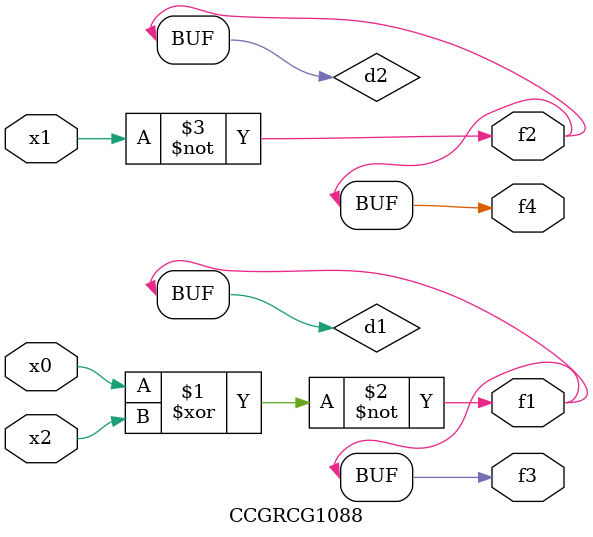
<source format=v>
module CCGRCG1088(
	input x0, x1, x2,
	output f1, f2, f3, f4
);

	wire d1, d2, d3;

	xnor (d1, x0, x2);
	nand (d2, x1);
	nor (d3, x1, x2);
	assign f1 = d1;
	assign f2 = d2;
	assign f3 = d1;
	assign f4 = d2;
endmodule

</source>
